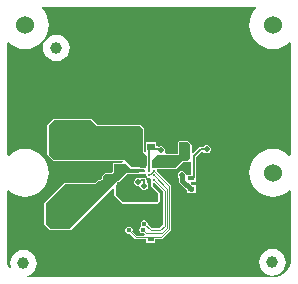
<source format=gbl>
G04*
G04 #@! TF.GenerationSoftware,Altium Limited,Altium Designer,23.4.1 (23)*
G04*
G04 Layer_Physical_Order=4*
G04 Layer_Color=16711680*
%FSLAX44Y44*%
%MOMM*%
G71*
G04*
G04 #@! TF.SameCoordinates,EFB48218-AA6A-4B24-80ED-B411BF601C35*
G04*
G04*
G04 #@! TF.FilePolarity,Positive*
G04*
G01*
G75*
%ADD11C,0.2000*%
%ADD37C,1.0000*%
%ADD39C,0.4000*%
%ADD41C,0.1016*%
%ADD42C,1.5240*%
%ADD43C,0.4100*%
%ADD44C,0.5080*%
%ADD45R,0.6200X0.6200*%
%ADD46C,0.2300*%
%ADD47R,0.6200X0.6200*%
%ADD48R,0.6500X0.5500*%
%ADD49R,0.5500X0.4500*%
G36*
X90532Y139867D02*
X90663Y139136D01*
X88248Y136193D01*
X86387Y132710D01*
X85240Y128931D01*
X84853Y125000D01*
X85240Y121069D01*
X86387Y117290D01*
X88248Y113807D01*
X90754Y110754D01*
X93807Y108248D01*
X97290Y106387D01*
X101069Y105240D01*
X105000Y104853D01*
X108930Y105240D01*
X112710Y106387D01*
X116193Y108248D01*
X118826Y110409D01*
X120096Y109854D01*
X120096Y15145D01*
X118826Y14591D01*
X116193Y16752D01*
X112710Y18613D01*
X108930Y19760D01*
X105000Y20147D01*
X101069Y19760D01*
X97290Y18613D01*
X93807Y16752D01*
X90754Y14246D01*
X88248Y11193D01*
X86387Y7710D01*
X85240Y3930D01*
X84853Y0D01*
X85240Y-3930D01*
X86387Y-7710D01*
X88248Y-11193D01*
X90754Y-14246D01*
X93807Y-16752D01*
X97290Y-18613D01*
X101069Y-19760D01*
X105000Y-20147D01*
X108930Y-19760D01*
X112710Y-18613D01*
X116193Y-16752D01*
X118826Y-14591D01*
X120096Y-15145D01*
X120096Y-73309D01*
X120096Y-73310D01*
X120096D01*
X120014Y-74546D01*
X119845Y-76263D01*
X118984Y-79102D01*
X117585Y-81719D01*
X115703Y-84013D01*
X113409Y-85895D01*
X110792Y-87294D01*
X107953Y-88155D01*
X106236Y-88324D01*
X105000Y-88406D01*
Y-88406D01*
X104999Y-88406D01*
X-102604D01*
X-102857Y-87136D01*
X-100639Y-86218D01*
X-98316Y-84434D01*
X-96532Y-82111D01*
X-95411Y-79404D01*
X-95029Y-76500D01*
X-95411Y-73596D01*
X-96532Y-70890D01*
X-98316Y-68566D01*
X-100639Y-66782D01*
X-103346Y-65661D01*
X-106250Y-65279D01*
X-109154Y-65661D01*
X-111861Y-66782D01*
X-114184Y-68566D01*
X-115968Y-70890D01*
X-117089Y-73596D01*
X-117471Y-76500D01*
X-117089Y-79404D01*
X-116901Y-79856D01*
X-117848Y-80890D01*
X-118065Y-80822D01*
X-118984Y-79102D01*
X-119845Y-76263D01*
X-120123Y-73445D01*
X-120096Y-73310D01*
Y-15146D01*
X-118826Y-14591D01*
X-116193Y-16752D01*
X-112710Y-18613D01*
X-108931Y-19760D01*
X-105000Y-20147D01*
X-101069Y-19760D01*
X-97290Y-18613D01*
X-93807Y-16752D01*
X-90754Y-14246D01*
X-88248Y-11193D01*
X-86387Y-7710D01*
X-85240Y-3930D01*
X-84853Y0D01*
X-85240Y3930D01*
X-86387Y7710D01*
X-88248Y11193D01*
X-90754Y14246D01*
X-93807Y16752D01*
X-97290Y18613D01*
X-101069Y19760D01*
X-105000Y20147D01*
X-108931Y19760D01*
X-112710Y18613D01*
X-116193Y16752D01*
X-118826Y14591D01*
X-120096Y15146D01*
Y109854D01*
X-118826Y110409D01*
X-116193Y108248D01*
X-112710Y106387D01*
X-108931Y105240D01*
X-105000Y104853D01*
X-101069Y105240D01*
X-97290Y106387D01*
X-93807Y108248D01*
X-90754Y110754D01*
X-88248Y113807D01*
X-86387Y117290D01*
X-85240Y121069D01*
X-84853Y125000D01*
X-85240Y128931D01*
X-86387Y132710D01*
X-88248Y136193D01*
X-90663Y139136D01*
X-90532Y139867D01*
X-90339Y140406D01*
X90339D01*
X90532Y139867D01*
D02*
G37*
%LPC*%
G36*
X-78500Y116971D02*
X-81404Y116589D01*
X-84110Y115468D01*
X-86434Y113684D01*
X-88218Y111361D01*
X-89339Y108654D01*
X-89721Y105750D01*
X-89339Y102846D01*
X-88218Y100140D01*
X-86434Y97816D01*
X-84110Y96032D01*
X-81404Y94911D01*
X-78500Y94529D01*
X-75596Y94911D01*
X-72889Y96032D01*
X-70566Y97816D01*
X-68782Y100140D01*
X-67661Y102846D01*
X-67279Y105750D01*
X-67661Y108654D01*
X-68782Y111361D01*
X-70566Y113684D01*
X-72889Y115468D01*
X-75596Y116589D01*
X-78500Y116971D01*
D02*
G37*
G36*
X-49000Y45582D02*
X-80750D01*
X-81515Y45265D01*
X-81515Y45265D01*
X-85765Y41015D01*
X-86082Y40250D01*
Y15500D01*
X-85765Y14735D01*
X-85765Y14735D01*
X-81515Y10485D01*
X-80750Y10168D01*
X-22241D01*
X-22022Y9852D01*
X-22687Y8582D01*
X-29750D01*
X-30515Y8265D01*
X-30832Y7500D01*
Y890D01*
X-31415Y648D01*
X-31588Y232D01*
X-36508D01*
X-36886Y76D01*
X-37267Y-79D01*
X-39499Y-2275D01*
X-39585Y-2477D01*
X-39740Y-2632D01*
Y-2844D01*
X-39822Y-3038D01*
X-39781Y-3140D01*
X-39782Y-3143D01*
Y-4141D01*
X-40082Y-4864D01*
X-40635Y-5418D01*
X-41359Y-5718D01*
X-42351D01*
X-42487Y-5660D01*
X-42690Y-5743D01*
X-42909Y-5742D01*
X-43059Y-5892D01*
X-43254Y-5971D01*
X-45740Y-8418D01*
X-71250D01*
X-71250Y-8418D01*
X-72015Y-8735D01*
X-72016Y-8735D01*
X-88265Y-24985D01*
X-88582Y-25750D01*
X-88582Y-43250D01*
X-88265Y-44015D01*
X-84015Y-48265D01*
X-84015Y-48265D01*
X-83250Y-48583D01*
X-67000Y-48582D01*
X-67000Y-48582D01*
X-66235Y-48265D01*
X-30506Y-12536D01*
X-29332Y-13023D01*
Y-18500D01*
X-29332Y-18500D01*
X-29015Y-19265D01*
X-29015Y-19265D01*
X-22515Y-25765D01*
X-21750Y-26082D01*
X7000D01*
X7000Y-26082D01*
X7765Y-25765D01*
X7765Y-25765D01*
X8765Y-24765D01*
X9082Y-24000D01*
Y-17250D01*
X9082Y-17250D01*
X8765Y-16485D01*
X3082Y-10802D01*
Y-8727D01*
X3156Y-8678D01*
X4352Y-8519D01*
X11618Y-15785D01*
Y-44324D01*
X8824Y-47118D01*
X2560D01*
X-856Y-43702D01*
X-816Y-43607D01*
Y-42393D01*
X-1280Y-41272D01*
X-2138Y-40414D01*
X-3259Y-39950D01*
X-4473D01*
X-5594Y-40414D01*
X-6452Y-41272D01*
X-6916Y-42393D01*
Y-43607D01*
X-6452Y-44728D01*
X-6579Y-45369D01*
X-6774Y-45449D01*
X-7632Y-46307D01*
X-8096Y-47428D01*
Y-48642D01*
X-7632Y-49763D01*
X-6774Y-50620D01*
X-5653Y-51085D01*
X-4469D01*
X-3553Y-51988D01*
X-3570Y-52203D01*
X-3896Y-53118D01*
X-10324D01*
X-13989Y-49452D01*
X-13950Y-49357D01*
Y-48143D01*
X-14414Y-47022D01*
X-15272Y-46164D01*
X-16393Y-45700D01*
X-17607D01*
X-18728Y-46164D01*
X-19586Y-47022D01*
X-20050Y-48143D01*
Y-49357D01*
X-19586Y-50478D01*
X-18728Y-51336D01*
X-17607Y-51800D01*
X-16393D01*
X-16298Y-51761D01*
X-12154Y-55904D01*
X-11000Y-56382D01*
X-2250D01*
Y-59250D01*
X5250D01*
Y-56382D01*
X10107D01*
X11261Y-55904D01*
X18436Y-48729D01*
X18914Y-47575D01*
Y-11532D01*
X18436Y-10378D01*
X6411Y1648D01*
X6780Y2918D01*
X22250D01*
X22250Y2918D01*
X23015Y3235D01*
X28698Y8918D01*
X32750D01*
X32750Y8918D01*
X33515Y9235D01*
X34691Y10410D01*
X35961Y9884D01*
Y-1500D01*
X32250D01*
X32250Y-1500D01*
X31126Y-1149D01*
X30751Y-245D01*
X29755Y751D01*
X28454Y1290D01*
X27046D01*
X25745Y751D01*
X24749Y-245D01*
X24210Y-1546D01*
Y-2954D01*
X24749Y-4255D01*
X25280Y-4787D01*
Y-6589D01*
X25280Y-6589D01*
X25513Y-7760D01*
X26176Y-8752D01*
X32250Y-14826D01*
Y-17000D01*
X39750D01*
Y-10500D01*
X36576D01*
X35249Y-9173D01*
X35735Y-8000D01*
X39750D01*
Y-3697D01*
X39789Y-3500D01*
X39789Y-3500D01*
Y-3251D01*
X39884Y-3109D01*
X40039Y-2328D01*
X40039Y-2328D01*
Y13405D01*
X44595Y17961D01*
X46033D01*
X46995Y16999D01*
X48296Y16460D01*
X49704D01*
X51005Y16999D01*
X52001Y17995D01*
X52540Y19296D01*
Y20704D01*
X52001Y22005D01*
X51005Y23001D01*
X49704Y23540D01*
X48296D01*
X46995Y23001D01*
X46033Y22039D01*
X43750D01*
X43750Y22039D01*
X42970Y21884D01*
X42308Y21442D01*
X37352Y16486D01*
X36082Y17012D01*
Y23500D01*
X35765Y24265D01*
X35765Y24265D01*
X33515Y26515D01*
X32750Y26832D01*
X25250D01*
X24485Y26515D01*
X24168Y25750D01*
Y16698D01*
X23802Y16332D01*
X13998D01*
X13253Y17602D01*
X13540Y18296D01*
Y19704D01*
X13001Y21005D01*
X12005Y22001D01*
X10704Y22540D01*
X9296D01*
X8439Y22185D01*
X7917Y22289D01*
X6250D01*
Y25750D01*
X-2250D01*
Y18250D01*
X-2250Y18250D01*
X-2250D01*
X-2287Y18027D01*
X-3661Y17495D01*
X-3918Y17698D01*
Y37000D01*
X-4235Y37765D01*
X-6985Y40515D01*
X-7750Y40832D01*
X-43802D01*
X-48235Y45265D01*
X-49000Y45582D01*
D02*
G37*
G36*
X104500Y-64529D02*
X101596Y-64911D01*
X98890Y-66032D01*
X96566Y-67816D01*
X94782Y-70139D01*
X93661Y-72846D01*
X93279Y-75750D01*
X93661Y-78654D01*
X94782Y-81361D01*
X96566Y-83684D01*
X98890Y-85468D01*
X101596Y-86589D01*
X104500Y-86971D01*
X107404Y-86589D01*
X110111Y-85468D01*
X112434Y-83684D01*
X114218Y-81361D01*
X115339Y-78654D01*
X115721Y-75750D01*
X115339Y-72846D01*
X114218Y-70139D01*
X112434Y-67816D01*
X110111Y-66032D01*
X107404Y-64911D01*
X104500Y-64529D01*
D02*
G37*
%LPD*%
G36*
X35000Y23500D02*
Y12250D01*
X32750Y10000D01*
X28250D01*
X22250Y4000D01*
X3789D01*
X3459Y4066D01*
X3149Y4194D01*
X2869Y4381D01*
X2750Y4500D01*
X2250Y5563D01*
X2250Y5707D01*
Y11000D01*
X6500Y15250D01*
X24250D01*
X25250Y16250D01*
Y25750D01*
X32750D01*
X35000Y23500D01*
D02*
G37*
G36*
X-44250Y39750D02*
X-7750D01*
X-5000Y37000D01*
Y17000D01*
X-2039Y14039D01*
Y6445D01*
X-2150Y6178D01*
Y5928D01*
X-2500Y4750D01*
X-2500Y4750D01*
X-3521Y4022D01*
X-3631Y4000D01*
X-3753Y4000D01*
X-4000Y4102D01*
X-6852D01*
X-7500Y4750D01*
X-14500D01*
X-21000Y11250D01*
X-80750D01*
X-85000Y15500D01*
Y40250D01*
X-80750Y44500D01*
X-49000D01*
X-44250Y39750D01*
D02*
G37*
G36*
X-2853Y-1147D02*
Y-1147D01*
X-2770Y-1231D01*
X-2637Y-1428D01*
X-2546Y-1648D01*
X-2500Y-1881D01*
Y-2000D01*
X-2494Y-2118D01*
X-2448Y-2350D01*
X-2358Y-2569D01*
X-2226Y-2766D01*
X-2146Y-2854D01*
X-2028Y-2972D01*
X-1823Y-3468D01*
X-1218Y-4073D01*
X-722Y-4278D01*
X-250Y-4750D01*
X730D01*
X895Y-4783D01*
X1051Y-4847D01*
X1191Y-4941D01*
X1250Y-5000D01*
X1293Y-5043D01*
Y-5043D01*
X1461Y-5211D01*
X1725Y-5606D01*
X1850Y-5908D01*
Y-6678D01*
X2000Y-7040D01*
Y-11250D01*
X8000Y-17250D01*
Y-24000D01*
X7000Y-25000D01*
X-21750D01*
X-28250Y-18500D01*
Y-10500D01*
X-18750Y-1000D01*
X-5000D01*
Y-1000D01*
X-4480Y-750D01*
X-3250D01*
X-2853Y-1147D01*
D02*
G37*
G36*
X-15250Y3500D02*
X-8369Y3500D01*
X-8048Y3020D01*
X-4000D01*
Y480D01*
X-8048D01*
X-8314Y82D01*
X-18750D01*
X-18949Y0D01*
X-19500D01*
X-26087Y-6587D01*
X-27142Y-7024D01*
X-28000Y-7882D01*
X-28437Y-8937D01*
X-67000Y-47500D01*
X-83250Y-47500D01*
X-87500Y-43250D01*
X-87500Y-25750D01*
X-71250Y-9500D01*
X-45297D01*
X-42495Y-6743D01*
X-42357Y-6800D01*
X-41143D01*
X-40022Y-6336D01*
X-39164Y-5478D01*
X-38700Y-4357D01*
Y-3143D01*
X-38740Y-3047D01*
X-36508Y-850D01*
X-30650D01*
Y-117D01*
X-29750D01*
Y7500D01*
X-19250D01*
X-15250Y3500D01*
D02*
G37*
%LPC*%
G36*
X-3572Y-4100D02*
X-4428D01*
X-4713Y-4218D01*
X-4750Y-4211D01*
X-7085D01*
X-7865Y-4366D01*
X-7981Y-4444D01*
X-8546Y-4210D01*
X-9954D01*
X-11255Y-4749D01*
X-12251Y-5745D01*
X-12790Y-7046D01*
Y-8454D01*
X-12251Y-9755D01*
X-11255Y-10751D01*
X-9954Y-11290D01*
X-8546D01*
X-8308Y-11191D01*
X-7540Y-11704D01*
X-7001Y-13005D01*
X-6005Y-14001D01*
X-4704Y-14540D01*
X-3296D01*
X-1995Y-14001D01*
X-999Y-13005D01*
X-460Y-11704D01*
Y-10296D01*
X-999Y-8995D01*
X-1961Y-8033D01*
Y-6945D01*
X-1850Y-6678D01*
Y-5822D01*
X-2177Y-5032D01*
X-2782Y-4427D01*
X-3572Y-4100D01*
D02*
G37*
%LPD*%
D11*
X-4000Y-11000D02*
Y-6250D01*
X-8585Y-7750D02*
X-7085Y-6250D01*
X-4750D01*
X-9250Y-7750D02*
X-8585D01*
X-4000Y-6250D02*
X-4000Y-6250D01*
X-4750D02*
X-4375Y-6625D01*
X-0Y5750D02*
Y20250D01*
Y1750D02*
Y5750D01*
X1750Y22000D02*
X2000D01*
X-0Y20250D02*
X1750Y22000D01*
X36500Y-4750D02*
X37750Y-3500D01*
Y-2578D02*
X38000Y-2328D01*
Y14250D02*
X43750Y20000D01*
X36000Y-4750D02*
X36500D01*
X37750Y-3500D02*
Y-2578D01*
X38000Y-2328D02*
Y14250D01*
X43750Y20000D02*
X49000D01*
X3750Y20250D02*
X7917D01*
X9167Y19000D02*
X10000D01*
X2000Y22000D02*
X3750Y20250D01*
X7917D02*
X9167Y19000D01*
D37*
X-78500Y105750D02*
D03*
X-106250Y-76500D02*
D03*
X104500Y-75750D02*
D03*
D39*
X28339Y-6589D02*
X35500Y-13750D01*
X27750Y-2250D02*
X28339Y-2839D01*
X35500Y-13750D02*
X36000D01*
X28339Y-6589D02*
Y-2839D01*
D41*
X4000Y1750D02*
X17282Y-11532D01*
X4000Y-6250D02*
X4347D01*
X4989Y-6892D01*
X4000Y-2250D02*
X15266Y-13516D01*
X-0Y-2250D02*
Y-2250D01*
X4000Y1750D01*
X4000D01*
X15266Y-46740D02*
Y-13516D01*
X11240Y-50766D02*
X15266Y-46740D01*
X-2315Y-50766D02*
X11240D01*
X-5046Y-48035D02*
X-2315Y-50766D01*
X4989Y-6892D02*
X5034D01*
X13250Y-15108D01*
Y-45000D02*
Y-15108D01*
X9500Y-48750D02*
X13250Y-45000D01*
X1884Y-48750D02*
X9500D01*
X-3866Y-43000D02*
X1884Y-48750D01*
X17282Y-47575D02*
Y-11532D01*
X10107Y-54750D02*
X17282Y-47575D01*
X2750Y-54750D02*
X10107D01*
X1500Y-56000D02*
X2750Y-54750D01*
X250D02*
X1500Y-56000D01*
X-17000Y-48750D02*
X-11000Y-54750D01*
X250D01*
D42*
X105000Y0D02*
D03*
Y125000D02*
D03*
X-105000D02*
D03*
D43*
X-91675Y107071D02*
D03*
X-75754Y92505D02*
D03*
X-65503Y109255D02*
D03*
X92505Y-69253D02*
D03*
X116506D02*
D03*
X79254Y119256D02*
D03*
X-94505Y-69503D02*
D03*
X55253Y119756D02*
D03*
X-117006Y-68253D02*
D03*
X-19500Y23500D02*
D03*
X-30250D02*
D03*
X-41250Y23750D02*
D03*
X-40000Y34000D02*
D03*
X-30000Y36000D02*
D03*
X-20000Y34000D02*
D03*
X18000Y43000D02*
D03*
X29000D02*
D03*
X40000D02*
D03*
Y33000D02*
D03*
X29000D02*
D03*
X18000D02*
D03*
X-10000Y26000D02*
D03*
Y35000D02*
D03*
X-56000Y28000D02*
D03*
X-68000Y40000D02*
D03*
Y28000D02*
D03*
X-56000Y40000D02*
D03*
X-54000Y15000D02*
D03*
X-62750D02*
D03*
X-72000D02*
D03*
X-80000Y18000D02*
D03*
Y29000D02*
D03*
Y40000D02*
D03*
X27000Y4000D02*
D03*
X111699Y78100D02*
D03*
Y48100D02*
D03*
Y-41900D02*
D03*
X104199Y93100D02*
D03*
X96699Y78100D02*
D03*
X104199Y63100D02*
D03*
X96699Y48100D02*
D03*
X104199Y33100D02*
D03*
Y-26900D02*
D03*
X96699Y-41900D02*
D03*
X104199Y-56900D02*
D03*
X81699Y108100D02*
D03*
X89199Y93100D02*
D03*
X81699Y78100D02*
D03*
X89199Y63100D02*
D03*
X81699Y48100D02*
D03*
X89199Y33100D02*
D03*
X81699Y18100D02*
D03*
X89199Y-26900D02*
D03*
X81699Y-41900D02*
D03*
X89199Y-56900D02*
D03*
X81699Y-71900D02*
D03*
X66700Y108100D02*
D03*
X74200Y93100D02*
D03*
X66700Y78100D02*
D03*
X74200Y63100D02*
D03*
X66700Y48100D02*
D03*
Y18100D02*
D03*
Y-41900D02*
D03*
X74200Y-56900D02*
D03*
X66700Y-71900D02*
D03*
X51700Y108100D02*
D03*
X59200Y93100D02*
D03*
X51700Y78100D02*
D03*
X59200Y63100D02*
D03*
X51700Y-41900D02*
D03*
X44200Y123100D02*
D03*
X36700Y108100D02*
D03*
X44200Y93100D02*
D03*
X36700Y78100D02*
D03*
X44200Y63100D02*
D03*
X29200Y123100D02*
D03*
X21700Y108100D02*
D03*
X29200Y93100D02*
D03*
X21700Y78100D02*
D03*
X29200Y63100D02*
D03*
X21700Y-71900D02*
D03*
X14200Y123100D02*
D03*
X6700Y108100D02*
D03*
X14200Y93100D02*
D03*
X6700Y78100D02*
D03*
X14200Y63100D02*
D03*
Y-56900D02*
D03*
X6700Y-71900D02*
D03*
X-800Y123100D02*
D03*
X-8300Y108100D02*
D03*
X-800Y93100D02*
D03*
X-8300Y78100D02*
D03*
X-800Y63100D02*
D03*
X-8300Y-71900D02*
D03*
X-15800Y123100D02*
D03*
X-23300Y108100D02*
D03*
X-15800Y93100D02*
D03*
X-23300Y78100D02*
D03*
X-15800Y63100D02*
D03*
Y-56900D02*
D03*
X-23300Y-71900D02*
D03*
X-30800Y123100D02*
D03*
X-38300Y108100D02*
D03*
X-30800Y93100D02*
D03*
X-38300Y78100D02*
D03*
X-30800Y63100D02*
D03*
X-45800Y123100D02*
D03*
X-53300Y108100D02*
D03*
X-45800Y93100D02*
D03*
X-53300Y78100D02*
D03*
X-45800Y63100D02*
D03*
X-53300Y-41900D02*
D03*
X-60800Y123100D02*
D03*
Y93100D02*
D03*
X-68300Y78100D02*
D03*
X-60800Y63100D02*
D03*
X-68300Y-71900D02*
D03*
X-75800Y123100D02*
D03*
X-83300Y78100D02*
D03*
X-75800Y63100D02*
D03*
X-83300Y48100D02*
D03*
Y-71900D02*
D03*
X-90800Y93100D02*
D03*
X-98300Y78100D02*
D03*
X-90800Y63100D02*
D03*
X-98300Y48100D02*
D03*
X-90800Y33100D02*
D03*
X-98300Y-41900D02*
D03*
X-90800Y-56900D02*
D03*
X-105800Y93100D02*
D03*
X-113300Y78100D02*
D03*
X-105800Y63100D02*
D03*
X-113300Y48100D02*
D03*
X-105800Y33100D02*
D03*
Y-26900D02*
D03*
X-113300Y-41900D02*
D03*
X-105800Y-56900D02*
D03*
X-25414Y-9610D02*
D03*
X-30000Y53000D02*
D03*
X-10000D02*
D03*
X-50000D02*
D03*
X-20000D02*
D03*
X-40000D02*
D03*
X50000Y28000D02*
D03*
Y38000D02*
D03*
Y48000D02*
D03*
X45000Y53000D02*
D03*
X35000D02*
D03*
X25000D02*
D03*
X15000D02*
D03*
X10000Y48000D02*
D03*
Y38000D02*
D03*
Y28000D02*
D03*
X8250Y-43250D02*
D03*
X2750Y-43500D02*
D03*
X-3866Y-43000D02*
D03*
X-61250Y-4250D02*
D03*
X-80000Y-3930D02*
D03*
X-41750Y-3750D02*
D03*
X-54250Y-4250D02*
D03*
X-61500Y-50750D02*
D03*
X-78500Y-54250D02*
D03*
X-70250Y-61750D02*
D03*
X19500Y7250D02*
D03*
X20000Y12500D02*
D03*
X30500Y13000D02*
D03*
X25000D02*
D03*
X-12000Y18000D02*
D03*
X-20000Y15000D02*
D03*
X-29000D02*
D03*
X-38000D02*
D03*
X-46000D02*
D03*
X-78750Y-39750D02*
D03*
X-79250Y-44750D02*
D03*
X-84500Y-41500D02*
D03*
X-82750Y-36000D02*
D03*
X-20000Y-19000D02*
D03*
X-25000Y-16000D02*
D03*
X-5046Y-48035D02*
D03*
X-17000Y-48750D02*
D03*
X-12250Y-44000D02*
D03*
X28000Y-58500D02*
D03*
X44000Y-74750D02*
D03*
X60000Y-58250D02*
D03*
X43750Y-43250D02*
D03*
X-43750Y-74500D02*
D03*
X-59000Y-58500D02*
D03*
X-43000Y-43500D02*
D03*
X-27500Y-59000D02*
D03*
X-22750Y-44000D02*
D03*
D44*
X27750Y-2250D02*
D03*
X-4000Y-11000D02*
D03*
X-9250Y-7750D02*
D03*
X49000Y20000D02*
D03*
X10000Y19000D02*
D03*
D45*
X3000Y-29250D02*
D03*
Y-20250D02*
D03*
X-9250Y-29250D02*
D03*
Y-20250D02*
D03*
D46*
X-4000Y-6250D02*
D03*
X-0D02*
D03*
X4000D02*
D03*
X-4000Y-2250D02*
D03*
X-0D02*
D03*
X4000D02*
D03*
X-4000Y1750D02*
D03*
X-0D02*
D03*
X4000D02*
D03*
X-4000Y5750D02*
D03*
X-0D02*
D03*
X4000D02*
D03*
D47*
X-34750Y3250D02*
D03*
X-25750D02*
D03*
D48*
X2000Y22000D02*
D03*
Y32000D02*
D03*
D49*
X36000Y-13750D02*
D03*
Y-4750D02*
D03*
X1500Y-56000D02*
D03*
Y-65000D02*
D03*
M02*

</source>
